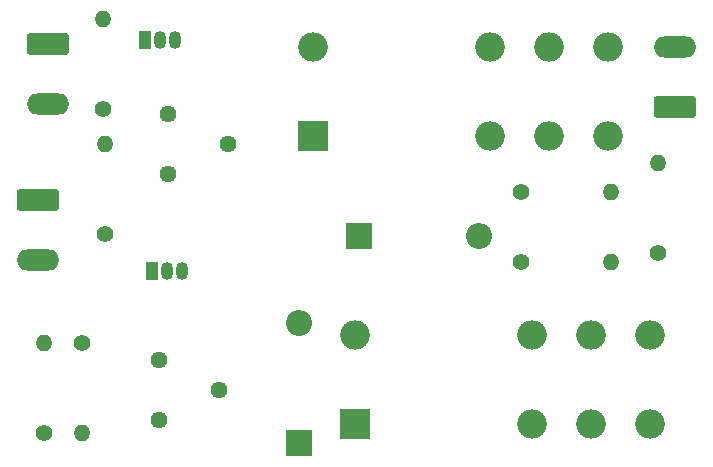
<source format=gbr>
%TF.GenerationSoftware,KiCad,Pcbnew,6.0.7-f9a2dced07~116~ubuntu22.04.1*%
%TF.CreationDate,2022-09-09T13:02:49-03:00*%
%TF.ProjectId,DriverAlarme,44726976-6572-4416-9c61-726d652e6b69,rev?*%
%TF.SameCoordinates,Original*%
%TF.FileFunction,Soldermask,Bot*%
%TF.FilePolarity,Negative*%
%FSLAX46Y46*%
G04 Gerber Fmt 4.6, Leading zero omitted, Abs format (unit mm)*
G04 Created by KiCad (PCBNEW 6.0.7-f9a2dced07~116~ubuntu22.04.1) date 2022-09-09 13:02:49*
%MOMM*%
%LPD*%
G01*
G04 APERTURE LIST*
G04 Aperture macros list*
%AMRoundRect*
0 Rectangle with rounded corners*
0 $1 Rounding radius*
0 $2 $3 $4 $5 $6 $7 $8 $9 X,Y pos of 4 corners*
0 Add a 4 corners polygon primitive as box body*
4,1,4,$2,$3,$4,$5,$6,$7,$8,$9,$2,$3,0*
0 Add four circle primitives for the rounded corners*
1,1,$1+$1,$2,$3*
1,1,$1+$1,$4,$5*
1,1,$1+$1,$6,$7*
1,1,$1+$1,$8,$9*
0 Add four rect primitives between the rounded corners*
20,1,$1+$1,$2,$3,$4,$5,0*
20,1,$1+$1,$4,$5,$6,$7,0*
20,1,$1+$1,$6,$7,$8,$9,0*
20,1,$1+$1,$8,$9,$2,$3,0*%
G04 Aperture macros list end*
%ADD10RoundRect,0.250000X1.550000X-0.650000X1.550000X0.650000X-1.550000X0.650000X-1.550000X-0.650000X0*%
%ADD11O,3.600000X1.800000*%
%ADD12C,1.440000*%
%ADD13R,2.500000X2.500000*%
%ADD14O,2.500000X2.500000*%
%ADD15C,1.400000*%
%ADD16O,1.400000X1.400000*%
%ADD17R,1.050000X1.500000*%
%ADD18O,1.050000X1.500000*%
%ADD19RoundRect,0.250000X-1.550000X0.650000X-1.550000X-0.650000X1.550000X-0.650000X1.550000X0.650000X0*%
%ADD20R,2.200000X2.200000*%
%ADD21O,2.200000X2.200000*%
G04 APERTURE END LIST*
D10*
%TO.C,J3*%
X116867500Y-48885000D03*
D11*
X116867500Y-43805000D03*
%TD*%
D12*
%TO.C,RV2*%
X73145000Y-75340000D03*
X78225000Y-72800000D03*
X73145000Y-70260000D03*
%TD*%
%TO.C,RV1*%
X73945000Y-54540000D03*
X79025000Y-52000000D03*
X73945000Y-49460000D03*
%TD*%
D13*
%TO.C,RL2*%
X89762500Y-75687500D03*
D14*
X104762500Y-75687500D03*
X109762500Y-75687500D03*
X114762500Y-75687500D03*
X114762500Y-68187500D03*
X109762500Y-68187500D03*
X104762500Y-68187500D03*
X89762500Y-68187500D03*
%TD*%
D13*
%TO.C,RL1*%
X86162500Y-51287500D03*
D14*
X101162500Y-51287500D03*
X106162500Y-51287500D03*
X111162500Y-51287500D03*
X111162500Y-43787500D03*
X106162500Y-43787500D03*
X101162500Y-43787500D03*
X86162500Y-43787500D03*
%TD*%
D15*
%TO.C,R9*%
X115400000Y-61200000D03*
D16*
X115400000Y-53580000D03*
%TD*%
D15*
%TO.C,R8*%
X103790000Y-62000000D03*
D16*
X111410000Y-62000000D03*
%TD*%
%TO.C,R7*%
X111420000Y-56000000D03*
D15*
X103800000Y-56000000D03*
%TD*%
%TO.C,R4*%
X66600000Y-68800000D03*
D16*
X66600000Y-76420000D03*
%TD*%
D15*
%TO.C,R3*%
X68600000Y-59610000D03*
D16*
X68600000Y-51990000D03*
%TD*%
D15*
%TO.C,R2*%
X68400000Y-49010000D03*
D16*
X68400000Y-41390000D03*
%TD*%
D15*
%TO.C,R1*%
X63400000Y-76410000D03*
D16*
X63400000Y-68790000D03*
%TD*%
D17*
%TO.C,Q2*%
X72530000Y-62760000D03*
D18*
X73800000Y-62760000D03*
X75070000Y-62760000D03*
%TD*%
D17*
%TO.C,Q1*%
X71930000Y-43160000D03*
D18*
X73200000Y-43160000D03*
X74470000Y-43160000D03*
%TD*%
D19*
%TO.C,J2*%
X62932500Y-56715000D03*
D11*
X62932500Y-61795000D03*
%TD*%
D19*
%TO.C,J1*%
X63732500Y-43515000D03*
D11*
X63732500Y-48595000D03*
%TD*%
D20*
%TO.C,D2*%
X85000000Y-77280000D03*
D21*
X85000000Y-67120000D03*
%TD*%
D20*
%TO.C,D1*%
X90120000Y-59800000D03*
D21*
X100280000Y-59800000D03*
%TD*%
M02*

</source>
